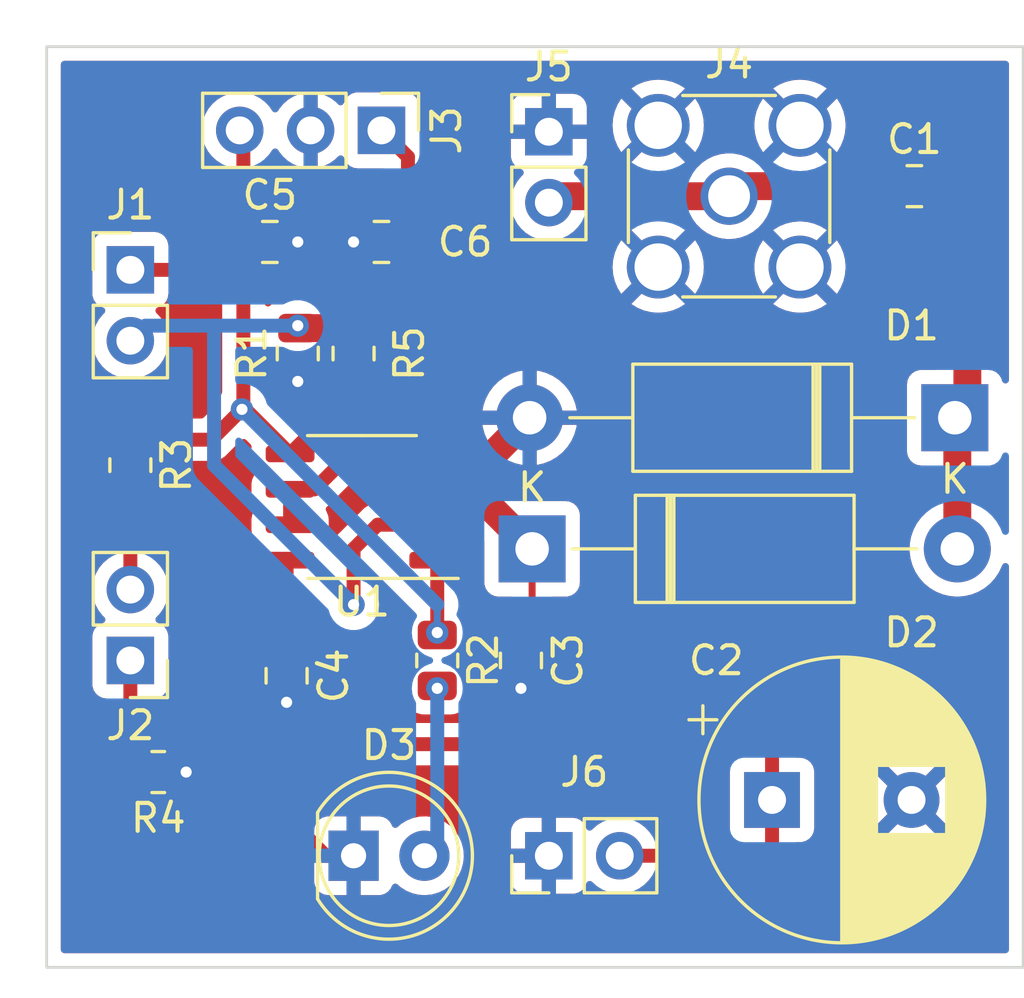
<source format=kicad_pcb>
(kicad_pcb (version 20201116) (generator pcbnew)
  (layers (0 "F.Cu" signal) (31 "B.Cu" signal) (34 "B.Paste" user) (35 "F.Paste" user) (36 "B.SilkS" user "B.Silkscreen") (37 "F.SilkS" user "F.Silkscreen") (38 "B.Mask" user) (39 "F.Mask" user) (44 "Edge.Cuts" user))
  (net 0 "")
  (net 1 "Net-(C1-Pad2)")
  (net 2 "Net-(C1-Pad1)")
  (net 3 "GNDA")
  (net 4 "+9V")
  (net 5 "Net-(C3-Pad1)")
  (net 6 "/CH1")
  (net 7 "/CH2")
  (net 8 "Net-(D3-Pad2)")
  (net 9 "Net-(J1-Pad2)")
  (net 10 "Net-(J2-Pad2)")
  (net 11 "Net-(J2-Pad1)")
  (footprint "Connector_PinHeader_2.54mm:PinHeader_1x02_P2.54mm_Vertical" (layer "F.Cu") (at 24 42)
    (fp_text reference "J1" (at 0 -2.33) (layer "F.SilkS"))
    (fp_text value "Conn_01x02")
    (fp_line (start -1.33 3.87) (end 1.33 3.87) (layer "F.SilkS") (width 0.12))
    (fp_line (start -1.33 1.27) (end -1.33 3.87) (layer "F.SilkS") (width 0.12))
    (fp_line (start -1.33 0) (end -1.33 -1.33) (layer "F.SilkS") (width 0.12))
    (fp_line (start -1.33 1.27) (end 1.33 1.27) (layer "F.SilkS") (width 0.12))
    (fp_line (start 1.33 1.27) (end 1.33 3.87) (layer "F.SilkS") (width 0.12))
    (fp_line (start -1.33 -1.33) (end 0 -1.33) (layer "F.SilkS") (width 0.12))
    (pad "1" thru_hole rect (at 0 0) (size 1.7 1.7) (drill 1) (layers *.Cu *.Mask) (net 6 "/CH1"))
    (pad "2" thru_hole oval (at 0 2.54) (size 1.7 1.7) (drill 1) (layers *.Cu *.Mask) (net 9 "Net-(J1-Pad2)"))
  )
  (footprint "Resistor_SMD:R_0805_2012Metric" (layer "F.Cu") (at 30 45 90)
    (fp_text reference "R1" (at 0 -1.65 90) (layer "F.SilkS"))
    (fp_text value "30k")
    (fp_line (start -0.227064 0.735) (end 0.227064 0.735) (layer "F.SilkS") (width 0.12))
    (fp_line (start -0.227064 -0.735) (end 0.227064 -0.735) (layer "F.SilkS") (width 0.12))
    (pad "1" smd roundrect (at -0.9125 0 90) (size 1.025 1.4) (layers "F.Cu" "F.Paste" "F.Mask") (roundrect_rratio 0.2439024390243902) (net 3 "GNDA"))
    (pad "2" smd roundrect (at 0.9125 0 90) (size 1.025 1.4) (layers "F.Cu" "F.Paste" "F.Mask") (roundrect_rratio 0.2439024390243902) (net 9 "Net-(J1-Pad2)"))
  )
  (footprint "Capacitor_SMD:C_0805_2012Metric" (layer "F.Cu") (at 38 56 -90)
    (fp_text reference "C3" (at 0 -1.68 90) (layer "F.SilkS"))
    (fp_text value "1nF")
    (fp_line (start -0.261252 0.735) (end 0.261252 0.735) (layer "F.SilkS") (width 0.12))
    (fp_line (start -0.261252 -0.735) (end 0.261252 -0.735) (layer "F.SilkS") (width 0.12))
    (pad "1" smd roundrect (at -0.95 0 270) (size 1 1.45) (layers "F.Cu" "F.Paste" "F.Mask") (net 5 "Net-(C3-Pad1)"))
    (pad "2" smd roundrect (at 0.95 0 270) (size 1 1.45) (layers "F.Cu" "F.Paste" "F.Mask") (net 3 "GNDA"))
  )
  (footprint "Connector_PinHeader_2.54mm:PinHeader_1x02_P2.54mm_Vertical" (layer "F.Cu") (at 24 56 180)
    (fp_text reference "J2" (at 0 -2.33) (layer "F.SilkS"))
    (fp_text value "Conn_01x02")
    (fp_line (start -1.33 -1.33) (end 0 -1.33) (layer "F.SilkS") (width 0.12))
    (fp_line (start -1.33 0) (end -1.33 -1.33) (layer "F.SilkS") (width 0.12))
    (fp_line (start -1.33 1.27) (end -1.33 3.87) (layer "F.SilkS") (width 0.12))
    (fp_line (start 1.33 1.27) (end 1.33 3.87) (layer "F.SilkS") (width 0.12))
    (fp_line (start -1.33 1.27) (end 1.33 1.27) (layer "F.SilkS") (width 0.12))
    (fp_line (start -1.33 3.87) (end 1.33 3.87) (layer "F.SilkS") (width 0.12))
    (pad "1" thru_hole rect (at 0 0 180) (size 1.7 1.7) (drill 1) (layers *.Cu *.Mask) (net 11 "Net-(J2-Pad1)"))
    (pad "2" thru_hole oval (at 0 2.54 180) (size 1.7 1.7) (drill 1) (layers *.Cu *.Mask) (net 10 "Net-(J2-Pad2)"))
  )
  (footprint "Package_SO:SO-8_3.9x4.9mm_P1.27mm" (layer "F.Cu") (at 32.3 50.5 180)
    (fp_text reference "U1" (at 0 -3.4) (layer "F.SilkS"))
    (fp_text value "TL072")
    (fp_line (start 0 -2.56) (end -3.45 -2.56) (layer "F.SilkS") (width 0.12))
    (fp_line (start 0 2.56) (end 1.95 2.56) (layer "F.SilkS") (width 0.12))
    (fp_line (start 0 -2.56) (end 1.95 -2.56) (layer "F.SilkS") (width 0.12))
    (fp_line (start 0 2.56) (end -1.95 2.56) (layer "F.SilkS") (width 0.12))
    (pad "1" smd roundrect (at -2.575 -1.905 180) (size 1.75 0.6) (layers "F.Cu" "F.Paste" "F.Mask") (net 6 "/CH1"))
    (pad "2" smd roundrect (at -2.575 -0.635 180) (size 1.75 0.6) (layers "F.Cu" "F.Paste" "F.Mask") (net 9 "Net-(J1-Pad2)"))
    (pad "3" smd roundrect (at -2.575 0.635 180) (size 1.75 0.6) (layers "F.Cu" "F.Paste" "F.Mask") (net 5 "Net-(C3-Pad1)"))
    (pad "4" smd roundrect (at -2.575 1.905 180) (size 1.75 0.6) (layers "F.Cu" "F.Paste" "F.Mask") (net 3 "GNDA"))
    (pad "5" smd roundrect (at 2.575 1.905 180) (size 1.75 0.6) (layers "F.Cu" "F.Paste" "F.Mask") (net 6 "/CH1"))
    (pad "6" smd roundrect (at 2.575 0.635 180) (size 1.75 0.6) (layers "F.Cu" "F.Paste" "F.Mask") (net 7 "/CH2"))
    (pad "7" smd roundrect (at 2.575 -0.635 180) (size 1.75 0.6) (layers "F.Cu" "F.Paste" "F.Mask") (net 7 "/CH2"))
    (pad "8" smd roundrect (at 2.575 -1.905 180) (size 1.75 0.6) (layers "F.Cu" "F.Paste" "F.Mask") (net 4 "+9V"))
  )
  (footprint "Resistor_SMD:R_0805_2012Metric" (layer "F.Cu") (at 25 60 180)
    (fp_text reference "R4" (at 0 -1.65) (layer "F.SilkS"))
    (fp_text value "10k")
    (fp_line (start -0.227064 0.735) (end 0.227064 0.735) (layer "F.SilkS") (width 0.12))
    (fp_line (start -0.227064 -0.735) (end 0.227064 -0.735) (layer "F.SilkS") (width 0.12))
    (pad "1" smd roundrect (at -0.9125 0 180) (size 1.025 1.4) (layers "F.Cu" "F.Paste" "F.Mask") (roundrect_rratio 0.2439024390243902) (net 3 "GNDA"))
    (pad "2" smd roundrect (at 0.9125 0 180) (size 1.025 1.4) (layers "F.Cu" "F.Paste" "F.Mask") (roundrect_rratio 0.2439024390243902) (net 11 "Net-(J2-Pad1)"))
  )
  (footprint "Resistor_SMD:R_0805_2012Metric" (layer "F.Cu") (at 35 56 -90)
    (fp_text reference "R2" (at 0 -1.65 90) (layer "F.SilkS"))
    (fp_text value "1k")
    (fp_line (start -0.227064 0.735) (end 0.227064 0.735) (layer "F.SilkS") (width 0.12))
    (fp_line (start -0.227064 -0.735) (end 0.227064 -0.735) (layer "F.SilkS") (width 0.12))
    (pad "1" smd roundrect (at -0.9125 0 270) (size 1.025 1.4) (layers "F.Cu" "F.Paste" "F.Mask") (roundrect_rratio 0.2439024390243902) (net 6 "/CH1"))
    (pad "2" smd roundrect (at 0.9125 0 270) (size 1.025 1.4) (layers "F.Cu" "F.Paste" "F.Mask") (roundrect_rratio 0.2439024390243902) (net 8 "Net-(D3-Pad2)"))
  )
  (footprint "Connector_PinHeader_2.54mm:PinHeader_1x02_P2.54mm_Vertical" (layer "F.Cu") (at 39 37.05)
    (fp_text reference "J5" (at 0 -2.33) (layer "F.SilkS"))
    (fp_text value "Conn_01x02")
    (fp_line (start -1.33 3.87) (end 1.33 3.87) (layer "F.SilkS") (width 0.12))
    (fp_line (start -1.33 0) (end -1.33 -1.33) (layer "F.SilkS") (width 0.12))
    (fp_line (start -1.33 -1.33) (end 0 -1.33) (layer "F.SilkS") (width 0.12))
    (fp_line (start -1.33 1.27) (end -1.33 3.87) (layer "F.SilkS") (width 0.12))
    (fp_line (start 1.33 1.27) (end 1.33 3.87) (layer "F.SilkS") (width 0.12))
    (fp_line (start -1.33 1.27) (end 1.33 1.27) (layer "F.SilkS") (width 0.12))
    (pad "1" thru_hole rect (at 0 0) (size 1.7 1.7) (drill 1) (layers *.Cu *.Mask) (net 3 "GNDA"))
    (pad "2" thru_hole oval (at 0 2.54) (size 1.7 1.7) (drill 1) (layers *.Cu *.Mask) (net 2 "Net-(C1-Pad1)"))
  )
  (footprint "Connector_Coaxial:SMA_Amphenol_132291_Vertical" (layer "F.Cu") (at 45.46 39.36)
    (fp_text reference "J4" (at 0 -4.75) (layer "F.SilkS"))
    (fp_text value "Conn_Coaxial")
    (fp_line (start -1.66 -3.61) (end 1.66 -3.61) (layer "F.SilkS") (width 0.12))
    (fp_line (start -1.66 3.61) (end 1.66 3.61) (layer "F.SilkS") (width 0.12))
    (fp_line (start 3.61 -1.66) (end 3.61 1.66) (layer "F.SilkS") (width 0.12))
    (fp_line (start -3.61 -1.66) (end -3.61 1.66) (layer "F.SilkS") (width 0.12))
    (pad "1" thru_hole circle (at 0 0) (size 2.05 2.05) (drill 1.5) (layers *.Cu *.Mask) (net 2 "Net-(C1-Pad1)"))
    (pad "2" thru_hole circle (at -2.54 2.54) (size 2.25 2.25) (drill 1.7) (layers *.Cu *.Mask) (net 3 "GNDA"))
    (pad "2" thru_hole circle (at -2.54 -2.54) (size 2.25 2.25) (drill 1.7) (layers *.Cu *.Mask) (net 3 "GNDA"))
    (pad "2" thru_hole circle (at 2.54 2.54) (size 2.25 2.25) (drill 1.7) (layers *.Cu *.Mask) (net 3 "GNDA"))
    (pad "2" thru_hole circle (at 2.54 -2.54) (size 2.25 2.25) (drill 1.7) (layers *.Cu *.Mask) (net 3 "GNDA"))
  )
  (footprint "Capacitor_THT:CP_Radial_D10.0mm_P5.00mm" (layer "F.Cu") (at 47 61)
    (fp_text reference "C2" (at -2 -5) (layer "F.SilkS"))
    (fp_text value "100uF")
    (fp_line (start 4.701 1.241) (end 4.701 4.584) (layer "F.SilkS") (width 0.12))
    (fp_line (start 3.06 -5.05) (end 3.06 5.05) (layer "F.SilkS") (width 0.12))
    (fp_line (start 4.901 -4.483) (end 4.901 -1.241) (layer "F.SilkS") (width 0.12))
    (fp_line (start 2.58 -5.08) (end 2.58 5.08) (layer "F.SilkS") (width 0.12))
    (fp_line (start 5.221 1.241) (end 5.221 4.298) (layer "F.SilkS") (width 0.12))
    (fp_line (start 3.381 -5.004) (end 3.381 5.004) (layer "F.SilkS") (width 0.12))
    (fp_line (start 3.981 -4.862) (end 3.981 -1.241) (layer "F.SilkS") (width 0.12))
    (fp_line (start 5.701 1.241) (end 5.701 3.957) (layer "F.SilkS") (width 0.12))
    (fp_line (start 5.421 -4.166) (end 5.421 -1.241) (layer "F.SilkS") (width 0.12))
    (fp_line (start 4.181 1.241) (end 4.181 4.797) (layer "F.SilkS") (width 0.12))
    (fp_line (start 4.301 1.241) (end 4.301 4.754) (layer "F.SilkS") (width 0.12))
    (fp_line (start 4.421 -4.707) (end 4.421 -1.241) (layer "F.SilkS") (width 0.12))
    (fp_line (start 6.181 1.241) (end 6.181 3.52) (layer "F.SilkS") (width 0.12))
    (fp_line (start 7.581 -0.599) (end 7.581 0.599) (layer "F.SilkS") (width 0.12))
    (fp_line (start 6.581 -3.054) (end 6.581 3.054) (layer "F.SilkS") (width 0.12))
    (fp_line (start 4.021 -4.85) (end 4.021 -1.241) (layer "F.SilkS") (width 0.12))
    (fp_line (start 3.981 1.241) (end 3.981 4.862) (layer "F.SilkS") (width 0.12))
    (fp_line (start 3.901 1.241) (end 3.901 4.885) (layer "F.SilkS") (width 0.12))
    (fp_line (start 3.14 -5.04) (end 3.14 5.04) (layer "F.SilkS") (width 0.12))
    (fp_line (start 6.501 -3.156) (end 6.501 3.156) (layer "F.SilkS") (width 0.12))
    (fp_line (start 6.061 -3.64) (end 6.061 -1.241) (layer "F.SilkS") (width 0.12))
    (fp_line (start 5.741 -3.925) (end 5.741 -1.241) (layer "F.SilkS") (width 0.12))
    (fp_line (start 5.301 -4.247) (end 5.301 -1.241) (layer "F.SilkS") (width 0.12))
    (fp_line (start 2.94 -5.062) (end 2.94 5.062) (layer "F.SilkS") (width 0.12))
    (fp_line (start 4.261 1.241) (end 4.261 4.768) (layer "F.SilkS") (width 0.12))
    (fp_line (start 3.541 -4.974) (end 3.541 4.974) (layer "F.SilkS") (width 0.12))
    (fp_line (start 5.941 1.241) (end 5.941 3.753) (layer "F.SilkS") (width 0.12))
    (fp_line (start 3.18 -5.035) (end 3.18 5.035) (layer "F.SilkS") (width 0.12))
    (fp_line (start 2.54 -5.08) (end 2.54 5.08) (layer "F.SilkS") (width 0.12))
    (fp_line (start 2.62 -5.079) (end 2.62 5.079) (layer "F.SilkS") (width 0.12))
    (fp_line (start 5.461 1.241) (end 5.461 4.138) (layer "F.SilkS") (width 0.12))
    (fp_line (start 7.101 -2.209) (end 7.101 2.209) (layer "F.SilkS") (width 0.12))
    (fp_line (start 7.061 -2.289) (end 7.061 2.289) (layer "F.SilkS") (width 0.12))
    (fp_line (start 6.941 -2.51) (end 6.941 2.51) (layer "F.SilkS") (width 0.12))
    (fp_line (start 5.981 -3.716) (end 5.981 -1.241) (layer "F.SilkS") (width 0.12))
    (fp_line (start 5.501 -4.11) (end 5.501 -1.241) (layer "F.SilkS") (width 0.12))
    (fp_line (start 7.141 -2.125) (end 7.141 2.125) (layer "F.SilkS") (width 0.12))
    (fp_line (start 5.341 -4.221) (end 5.341 -1.241) (layer "F.SilkS") (width 0.12))
    (fp_line (start 5.461 -4.138) (end 5.461 -1.241) (layer "F.SilkS") (width 0.12))
    (fp_line (start 4.141 1.241) (end 4.141 4.811) (layer "F.SilkS") (width 0.12))
    (fp_line (start 3.661 -4.947) (end 3.661 4.947) (layer "F.SilkS") (width 0.12))
    (fp_line (start 6.701 -2.889) (end 6.701 2.889) (layer "F.SilkS") (width 0.12))
    (fp_line (start 5.501 1.241) (end 5.501 4.11) (layer "F.SilkS") (width 0.12))
    (fp_line (start 3.781 -4.918) (end 3.781 -1.241) (layer "F.SilkS") (width 0.12))
    (fp_line (start 3.421 -4.997) (end 3.421 4.997) (layer "F.SilkS") (width 0.12))
    (fp_line (start 2.5 -5.08) (end 2.5 5.08) (layer "F.SilkS") (width 0.12))
    (fp_line (start 6.101 -3.601) (end 6.101 -1.241) (layer "F.SilkS") (width 0.12))
    (fp_line (start 5.301 1.241) (end 5.301 4.247) (layer "F.SilkS") (width 0.12))
    (fp_line (start 6.421 -3.254) (end 6.421 3.254) (layer "F.SilkS") (width 0.12))
    (fp_line (start 4.341 -4.738) (end 4.341 -1.241) (layer "F.SilkS") (width 0.12))
    (fp_line (start 4.261 -4.768) (end 4.261 -1.241) (layer "F.SilkS") (width 0.12))
    (fp_line (start 4.221 1.241) (end 4.221 4.783) (layer "F.SilkS") (width 0.12))
    (fp_line (start -2.479646 -3.375) (end -2.479646 -2.375) (layer "F.SilkS") (width 0.12))
    (fp_line (start 3.621 -4.956) (end 3.621 4.956) (layer "F.SilkS") (width 0.12))
    (fp_line (start 4.101 -4.824) (end 4.101 -1.241) (layer "F.SilkS") (width 0.12))
    (fp_line (start 3.821 -4.907) (end 3.821 -1.241) (layer "F.SilkS") (width 0.12))
    (fp_line (start 4.301 -4.754) (end 4.301 -1.241) (layer "F.SilkS") (width 0.12))
    (fp_line (start 4.461 1.241) (end 4.461 4.69) (layer "F.SilkS") (width 0.12))
    (fp_line (start 5.541 1.241) (end 5.541 4.08) (layer "F.SilkS") (width 0.12))
    (fp_line (start 7.341 -1.63) (end 7.341 1.63) (layer "F.SilkS") (width 0.12))
    (fp_line (start 6.021 1.241) (end 6.021 3.679) (layer "F.SilkS") (width 0.12))
    (fp_line (start 4.101 1.241) (end 4.101 4.824) (layer "F.SilkS") (width 0.12))
    (fp_line (start 4.541 -4.657) (end 4.541 -1.241) (layer "F.SilkS") (width 0.12))
    (fp_line (start 5.261 -4.273) (end 5.261 -1.241) (layer "F.SilkS") (width 0.12))
    (fp_line (start 4.541 1.241) (end 4.541 4.657) (layer "F.SilkS") (width 0.12))
    (fp_line (start 6.741 -2.83) (end 6.741 2.83) (layer "F.SilkS") (width 0.12))
    (fp_line (start 4.581 1.241) (end 4.581 4.639) (layer "F.SilkS") (width 0.12))
    (fp_line (start 4.021 1.241) (end 4.021 4.85) (layer "F.SilkS") (width 0.12))
    (fp_line (start 4.381 -4.723) (end 4.381 -1.241) (layer "F.SilkS") (width 0.12))
    (fp_line (start 5.901 1.241) (end 5.901 3.789) (layer "F.SilkS") (width 0.12))
    (fp_line (start 7.501 -1.062) (end 7.501 1.062) (layer "F.SilkS") (width 0.12))
    (fp_line (start 2.66 -5.078) (end 2.66 5.078) (layer "F.SilkS") (width 0.12))
    (fp_line (start 3.261 -5.024) (end 3.261 5.024) (layer "F.SilkS") (width 0.12))
    (fp_line (start 3.861 -4.897) (end 3.861 -1.241) (layer "F.SilkS") (width 0.12))
    (fp_line (start 6.781 -2.77) (end 6.781 2.77) (layer "F.SilkS") (width 0.12))
    (fp_line (start -2.979646 -2.875) (end -1.979646 -2.875) (layer "F.SilkS") (width 0.12))
    (fp_line (start 4.581 -4.639) (end 4.581 -1.241) (layer "F.SilkS") (width 0.12))
    (fp_line (start 4.381 1.241) (end 4.381 4.723) (layer "F.SilkS") (width 0.12))
    (fp_line (start 5.661 -3.989) (end 5.661 -1.241) (layer "F.SilkS") (width 0.12))
    (fp_line (start 6.541 -3.106) (end 6.541 3.106) (layer "F.SilkS") (width 0.12))
    (fp_line (start 4.861 -4.504) (end 4.861 -1.241) (layer "F.SilkS") (width 0.12))
    (fp_line (start 6.261 -3.436) (end 6.261 3.436) (layer "F.SilkS") (width 0.12))
    (fp_line (start 5.061 -4.395) (end 5.061 -1.241) (layer "F.SilkS") (width 0.12))
    (fp_line (start 6.661 -2.945) (end 6.661 2.945) (layer "F.SilkS") (width 0.12))
    (fp_line (start 5.941 -3.753) (end 5.941 -1.241) (layer "F.SilkS") (width 0.12))
    (fp_line (start 6.101 1.241) (end 6.101 3.601) (layer "F.SilkS") (width 0.12))
    (fp_line (start 3.821 1.241) (end 3.821 4.907) (layer "F.SilkS") (width 0.12))
    (fp_line (start 5.821 -3.858) (end 5.821 -1.241) (layer "F.SilkS") (width 0.12))
    (fp_line (start 4.701 -4.584) (end 4.701 -1.241) (layer "F.SilkS") (width 0.12))
    (fp_line (start 4.941 -4.462) (end 4.941 -1.241) (layer "F.SilkS") (width 0.12))
    (fp_line (start 5.181 -4.323) (end 5.181 -1.241) (layer "F.SilkS") (width 0.12))
    (fp_line (start 2.7 -5.077) (end 2.7 5.077) (layer "F.SilkS") (width 0.12))
    (fp_line (start 5.141 -4.347) (end 5.141 -1.241) (layer "F.SilkS") (width 0.12))
    (fp_line (start 4.981 1.241) (end 4.981 4.44) (layer "F.SilkS") (width 0.12))
    (fp_line (start 7.421 -1.378) (end 7.421 1.378) (layer "F.SilkS") (width 0.12))
    (fp_line (start 5.661 1.241) (end 5.661 3.989) (layer "F.SilkS") (width 0.12))
    (fp_line (start 4.941 1.241) (end 4.941 4.462) (layer "F.SilkS") (width 0.12))
    (fp_line (start 7.301 -1.742) (end 7.301 1.742) (layer "F.SilkS") (width 0.12))
    (fp_line (start 7.261 -1.846) (end 7.261 1.846) (layer "F.SilkS") (width 0.12))
    (fp_line (start 5.861 1.241) (end 5.861 3.824) (layer "F.SilkS") (width 0.12))
    (fp_line (start 3.941 -4.874) (end 3.941 -1.241) (layer "F.SilkS") (width 0.12))
    (fp_line (start 4.861 1.241) (end 4.861 4.504) (layer "F.SilkS") (width 0.12))
    (fp_line (start 3.02 -5.054) (end 3.02 5.054) (layer "F.SilkS") (width 0.12))
    (fp_line (start 5.381 1.241) (end 5.381 4.194) (layer "F.SilkS") (width 0.12))
    (fp_line (start 3.701 -4.938) (end 3.701 4.938) (layer "F.SilkS") (width 0.12))
    (fp_line (start 6.341 -3.347) (end 6.341 3.347) (layer "F.SilkS") (width 0.12))
    (fp_line (start 4.221 -4.783) (end 4.221 -1.241) (layer "F.SilkS") (width 0.12))
    (fp_line (start 5.101 -4.371) (end 5.101 -1.241) (layer "F.SilkS") (width 0.12))
    (fp_line (start 5.541 -4.08) (end 5.541 -1.241) (layer "F.SilkS") (width 0.12))
    (fp_line (start 4.821 1.241) (end 4.821 4.525) (layer "F.SilkS") (width 0.12))
    (fp_line (start 6.221 -3.478) (end 6.221 -1.241) (layer "F.SilkS") (width 0.12))
    (fp_line (start 4.061 -4.837) (end 4.061 -1.241) (layer "F.SilkS") (width 0.12))
    (fp_line (start 2.98 -5.058) (end 2.98 5.058) (layer "F.SilkS") (width 0.12))
    (fp_line (start 3.301 -5.018) (end 3.301 5.018) (layer "F.SilkS") (width 0.12))
    (fp_line (start 6.981 -2.439) (end 6.981 2.439) (layer "F.SilkS") (width 0.12))
    (fp_line (start 3.341 -5.011) (end 3.341 5.011) (layer "F.SilkS") (width 0.12))
    (fp_line (start 4.981 -4.44) (end 4.981 -1.241) (layer "F.SilkS") (width 0.12))
    (fp_line (start 5.101 1.241) (end 5.101 4.371) (layer "F.SilkS") (width 0.12))
    (fp_line (start 5.181 1.241) (end 5.181 4.323) (layer "F.SilkS") (width 0.12))
    (fp_line (start 2.74 -5.075) (end 2.74 5.075) (layer "F.SilkS") (width 0.12))
    (fp_line (start 4.501 -4.674) (end 4.501 -1.241) (layer "F.SilkS") (width 0.12))
    (fp_line (start 2.9 -5.065) (end 2.9 5.065) (layer "F.SilkS") (width 0.12))
    (fp_line (start 3.221 -5.03) (end 3.221 5.03) (layer "F.SilkS") (width 0.12))
    (fp_line (start 3.741 -4.928) (end 3.741 4.928) (layer "F.SilkS") (width 0.12))
    (fp_line (start 5.421 1.241) (end 5.421 4.166) (layer "F.SilkS") (width 0.12))
    (fp_line (start 4.501 1.241) (end 4.501 4.674) (layer "F.SilkS") (width 0.12))
    (fp_line (start 4.141 -4.811) (end 4.141 -1.241) (layer "F.SilkS") (width 0.12))
    (fp_line (start 3.861 1.241) (end 3.861 4.897) (layer "F.SilkS") (width 0.12))
    (fp_line (start 4.661 1.241) (end 4.661 4.603) (layer "F.SilkS") (width 0.12))
    (fp_line (start 4.741 -4.564) (end 4.741 -1.241) (layer "F.SilkS") (width 0.12))
    (fp_line (start 2.78 -5.073) (end 2.78 5.073) (layer "F.SilkS") (width 0.12))
    (fp_line (start 5.821 1.241) (end 5.821 3.858) (layer "F.SilkS") (width 0.12))
    (fp_line (start 6.461 -3.206) (end 6.461 3.206) (layer "F.SilkS") (width 0.12))
    (fp_line (start 2.82 -5.07) (end 2.82 5.07) (layer "F.SilkS") (width 0.12))
    (fp_line (start 6.141 -3.561) (end 6.141 -1.241) (layer "F.SilkS") (width 0.12))
    (fp_line (start 5.861 -3.824) (end 5.861 -1.241) (layer "F.SilkS") (width 0.12))
    (fp_line (start 4.661 -4.603) (end 4.661 -1.241) (layer "F.SilkS") (width 0.12))
    (fp_line (start 5.781 1.241) (end 5.781 3.892) (layer "F.SilkS") (width 0.12))
    (fp_line (start 5.261 1.241) (end 5.261 4.273) (layer "F.SilkS") (width 0.12))
    (fp_line (start 4.621 1.241) (end 4.621 4.621) (layer "F.SilkS") (width 0.12))
    (fp_line (start 7.021 -2.365) (end 7.021 2.365) (layer "F.SilkS") (width 0.12))
    (fp_line (start 4.461 -4.69) (end 4.461 -1.241) (layer "F.SilkS") (width 0.12))
    (fp_line (start 7.221 -1.944) (end 7.221 1.944) (layer "F.SilkS") (width 0.12))
    (fp_line (start 3.941 1.241) (end 3.941 4.874) (layer "F.SilkS") (width 0.12))
    (fp_line (start 4.341 1.241) (end 4.341 4.738) (layer "F.SilkS") (width 0.12))
    (fp_line (start 6.141 1.241) (end 6.141 3.561) (layer "F.SilkS") (width 0.12))
    (fp_line (start 5.901 -3.789) (end 5.901 -1.241) (layer "F.SilkS") (width 0.12))
    (fp_line (start 6.381 -3.301) (end 6.381 3.301) (layer "F.SilkS") (width 0.12))
    (fp_line (start 5.021 1.241) (end 5.021 4.417) (layer "F.SilkS") (width 0.12))
    (fp_line (start 5.621 -4.02) (end 5.621 -1.241) (layer "F.SilkS") (width 0.12))
    (fp_line (start 7.461 -1.23) (end 7.461 1.23) (layer "F.SilkS") (width 0.12))
    (fp_line (start 5.621 1.241) (end 5.621 4.02) (layer "F.SilkS") (width 0.12))
    (fp_line (start 4.781 -4.545) (end 4.781 -1.241) (layer "F.SilkS") (width 0.12))
    (fp_line (start 7.181 -2.037) (end 7.181 2.037) (layer "F.SilkS") (width 0.12))
    (fp_line (start 5.741 1.241) (end 5.741 3.925) (layer "F.SilkS") (width 0.12))
    (fp_line (start 5.581 -4.05) (end 5.581 -1.241) (layer "F.SilkS") (width 0.12))
    (fp_line (start 4.061 1.241) (end 4.061 4.837) (layer "F.SilkS") (width 0.12))
    (fp_line (start 3.461 -4.99) (end 3.461 4.99) (layer "F.SilkS") (width 0.12))
    (fp_line (start 6.821 -2.709) (end 6.821 2.709) (layer "F.SilkS") (width 0.12))
    (fp_line (start 3.1 -5.045) (end 3.1 5.045) (layer "F.SilkS") (width 0.12))
    (fp_line (start 4.421 1.241) (end 4.421 4.707) (layer "F.SilkS") (width 0.12))
    (fp_line (start 4.621 -4.621) (end 4.621 -1.241) (layer "F.SilkS") (width 0.12))
    (fp_line (start 5.981 1.241) (end 5.981 3.716) (layer "F.SilkS") (width 0.12))
    (fp_line (start 4.181 -4.797) (end 4.181 -1.241) (layer "F.SilkS") (width 0.12))
    (fp_line (start 6.221 1.241) (end 6.221 3.478) (layer "F.SilkS") (width 0.12))
    (fp_line (start 7.541 -0.862) (end 7.541 0.862) (layer "F.SilkS") (width 0.12))
    (fp_line (start 4.741 1.241) (end 4.741 4.564) (layer "F.SilkS") (width 0.12))
    (fp_line (start 5.381 -4.194) (end 5.381 -1.241) (layer "F.SilkS") (width 0.12))
    (fp_line (start 6.301 -3.392) (end 6.301 3.392) (layer "F.SilkS") (width 0.12))
    (fp_line (start 4.901 1.241) (end 4.901 4.483) (layer "F.SilkS") (width 0.12))
    (fp_line (start 2.86 -5.068) (end 2.86 5.068) (layer "F.SilkS") (width 0.12))
    (fp_line (start 3.581 -4.965) (end 3.581 4.965) (layer "F.SilkS") (width 0.12))
    (fp_line (start 5.781 -3.892) (end 5.781 -1.241) (layer "F.SilkS") (width 0.12))
    (fp_line (start 6.021 -3.679) (end 6.021 -1.241) (layer "F.SilkS") (width 0.12))
    (fp_line (start 3.901 -4.885) (end 3.901 -1.241) (layer "F.SilkS") (width 0.12))
    (fp_line (start 5.701 -3.957) (end 5.701 -1.241) (layer "F.SilkS") (width 0.12))
    (fp_line (start 4.821 -4.525) (end 4.821 -1.241) (layer "F.SilkS") (width 0.12))
    (fp_line (start 5.221 -4.298) (end 5.221 -1.241) (layer "F.SilkS") (width 0.12))
    (fp_line (start 6.181 -3.52) (end 6.181 -1.241) (layer "F.SilkS") (width 0.12))
    (fp_line (start 5.341 1.241) (end 5.341 4.221) (layer "F.SilkS") (width 0.12))
    (fp_line (start 3.781 1.241) (end 3.781 4.918) (layer "F.SilkS") (width 0.12))
    (fp_line (start 5.581 1.241) (end 5.581 4.05) (layer "F.SilkS") (width 0.12))
    (fp_line (start 3.501 -4.982) (end 3.501 4.982) (layer "F.SilkS") (width 0.12))
    (fp_line (start 7.381 -1.51) (end 7.381 1.51) (layer "F.SilkS") (width 0.12))
    (fp_line (start 6.061 1.241) (end 6.061 3.64) (layer "F.SilkS") (width 0.12))
    (fp_line (start 5.061 1.241) (end 5.061 4.395) (layer "F.SilkS") (width 0.12))
    (fp_line (start 4.781 1.241) (end 4.781 4.545) (layer "F.SilkS") (width 0.12))
    (fp_line (start 6.861 -2.645) (end 6.861 2.645) (layer "F.SilkS") (width 0.12))
    (fp_line (start 6.621 -3) (end 6.621 3) (layer "F.SilkS") (width 0.12))
    (fp_line (start 6.901 -2.579) (end 6.901 2.579) (layer "F.SilkS") (width 0.12))
    (fp_line (start 5.141 1.241) (end 5.141 4.347) (layer "F.SilkS") (width 0.12))
    (fp_line (start 5.021 -4.417) (end 5.021 -1.241) (layer "F.SilkS") (width 0.12))
    (fp_circle (center 2.5 0) (end 7.62 0) (layer "F.SilkS") (width 0.12) (fill none))
    (pad "1" thru_hole rect (at 0 0) (size 2 2) (drill 1) (layers *.Cu *.Mask) (net 4 "+9V"))
    (pad "2" thru_hole circle (at 5 0) (size 2 2) (drill 1) (layers *.Cu *.Mask) (net 3 "GNDA"))
  )
  (footprint "Capacitor_SMD:C_0805_2012Metric" (layer "F.Cu") (at 33 41 180)
    (fp_text reference "C6" (at -3 0) (layer "F.SilkS"))
    (fp_text value "100nF")
    (fp_line (start -0.261252 0.735) (end 0.261252 0.735) (layer "F.SilkS") (width 0.12))
    (fp_line (start -0.261252 -0.735) (end 0.261252 -0.735) (layer "F.SilkS") (width 0.12))
    (pad "1" smd roundrect (at -0.95 0 180) (size 1 1.45) (layers "F.Cu" "F.Paste" "F.Mask") (net 7 "/CH2"))
    (pad "2" smd roundrect (at 0.95 0 180) (size 1 1.45) (layers "F.Cu" "F.Paste" "F.Mask") (net 3 "GNDA"))
  )
  (footprint "Capacitor_SMD:C_0805_2012Metric" (layer "F.Cu") (at 29 41)
    (fp_text reference "C5" (at 0 -1.68) (layer "F.SilkS"))
    (fp_text value "100nF")
    (fp_line (start -0.261252 0.735) (end 0.261252 0.735) (layer "F.SilkS") (width 0.12))
    (fp_line (start -0.261252 -0.735) (end 0.261252 -0.735) (layer "F.SilkS") (width 0.12))
    (pad "1" smd roundrect (at -0.95 0) (size 1 1.45) (layers "F.Cu" "F.Paste" "F.Mask") (net 6 "/CH1"))
    (pad "2" smd roundrect (at 0.95 0) (size 1 1.45) (layers "F.Cu" "F.Paste" "F.Mask") (net 3 "GNDA"))
  )
  (footprint "Resistor_SMD:R_0805_2012Metric" (layer "F.Cu") (at 24 49 -90)
    (fp_text reference "R3" (at 0 -1.65 90) (layer "F.SilkS"))
    (fp_text value "10k")
    (fp_line (start -0.227064 0.735) (end 0.227064 0.735) (layer "F.SilkS") (width 0.12))
    (fp_line (start -0.227064 -0.735) (end 0.227064 -0.735) (layer "F.SilkS") (width 0.12))
    (pad "1" smd roundrect (at -0.9125 0 270) (size 1.025 1.4) (layers "F.Cu" "F.Paste" "F.Mask") (roundrect_rratio 0.2439024390243902) (net 6 "/CH1"))
    (pad "2" smd roundrect (at 0.9125 0 270) (size 1.025 1.4) (layers "F.Cu" "F.Paste" "F.Mask") (roundrect_rratio 0.2439024390243902) (net 10 "Net-(J2-Pad2)"))
  )
  (footprint "Capacitor_SMD:C_0805_2012Metric" (layer "F.Cu") (at 29.6 56.55 -90)
    (fp_text reference "C4" (at 0 -1.68 90) (layer "F.SilkS"))
    (fp_text value "100nF")
    (fp_line (start -0.261252 -0.735) (end 0.261252 -0.735) (layer "F.SilkS") (width 0.12))
    (fp_line (start -0.261252 0.735) (end 0.261252 0.735) (layer "F.SilkS") (width 0.12))
    (pad "1" smd roundrect (at -0.95 0 270) (size 1 1.45) (layers "F.Cu" "F.Paste" "F.Mask") (net 4 "+9V"))
    (pad "2" smd roundrect (at 0.95 0 270) (size 1 1.45) (layers "F.Cu" "F.Paste" "F.Mask") (net 3 "GNDA"))
  )
  (footprint "Connector_PinHeader_2.54mm:PinHeader_1x02_P2.54mm_Vertical" (layer "F.Cu") (at 39 63 90)
    (fp_text reference "J6" (at 3 1.27 180) (layer "F.SilkS"))
    (fp_text value "Conn_01x02")
    (fp_line (start -1.33 3.87) (end 1.33 3.87) (layer "F.SilkS") (width 0.12))
    (fp_line (start -1.33 1.27) (end -1.33 3.87) (layer "F.SilkS") (width 0.12))
    (fp_line (start -1.33 1.27) (end 1.33 1.27) (layer "F.SilkS") (width 0.12))
    (fp_line (start -1.33 -1.33) (end 0 -1.33) (layer "F.SilkS") (width 0.12))
    (fp_line (start 1.33 1.27) (end 1.33 3.87) (layer "F.SilkS") (width 0.12))
    (fp_line (start -1.33 0) (end -1.33 -1.33) (layer "F.SilkS") (width 0.12))
    (pad "1" thru_hole rect (at 0 0 90) (size 1.7 1.7) (drill 1) (layers *.Cu *.Mask) (net 3 "GNDA"))
    (pad "2" thru_hole oval (at 0 2.54 90) (size 1.7 1.7) (drill 1) (layers *.Cu *.Mask) (net 4 "+9V"))
  )
  (footprint "Capacitor_SMD:C_0805_2012Metric" (layer "F.Cu") (at 52.1 39)
    (fp_text reference "C1" (at 0 -1.68) (layer "F.SilkS"))
    (fp_text value "1nF")
    (fp_line (start -0.261252 -0.735) (end 0.261252 -0.735) (layer "F.SilkS") (width 0.12))
    (fp_line (start -0.261252 0.735) (end 0.261252 0.735) (layer "F.SilkS") (width 0.12))
    (pad "1" smd roundrect (at -0.95 0) (size 1 1.45) (layers "F.Cu" "F.Paste" "F.Mask") (net 2 "Net-(C1-Pad1)"))
    (pad "2" smd roundrect (at 0.95 0) (size 1 1.45) (layers "F.Cu" "F.Paste" "F.Mask") (net 1 "Net-(C1-Pad2)"))
  )
  (footprint "Diode_THT:D_DO-15_P15.24mm_Horizontal" (layer "F.Cu") (at 53.55 47.3 180)
    (fp_text reference "D1" (at 1.55 3.3) (layer "F.SilkS"))
    (fp_text value "1N34A")
    (fp_text user "K" (at 0 -2.2) (layer "F.SilkS"))
    (fp_line (start 3.7 1.92) (end 11.54 1.92) (layer "F.SilkS") (width 0.12))
    (fp_line (start 11.54 -1.92) (end 3.7 -1.92) (layer "F.SilkS") (width 0.12))
    (fp_line (start 13.8 0) (end 11.54 0) (layer "F.SilkS") (width 0.12))
    (fp_line (start 4.84 -1.92) (end 4.84 1.92) (layer "F.SilkS") (width 0.12))
    (fp_line (start 3.7 -1.92) (end 3.7 1.92) (layer "F.SilkS") (width 0.12))
    (fp_line (start 11.54 1.92) (end 11.54 -1.92) (layer "F.SilkS") (width 0.12))
    (fp_line (start 5.08 -1.92) (end 5.08 1.92) (layer "F.SilkS") (width 0.12))
    (fp_line (start 1.44 0) (end 3.7 0) (layer "F.SilkS") (width 0.12))
    (fp_line (start 4.96 -1.92) (end 4.96 1.92) (layer "F.SilkS") (width 0.12))
    (pad "1" thru_hole rect (at 0 0 180) (size 2.4 2.4) (drill 1.2) (layers *.Cu *.Mask) (net 1 "Net-(C1-Pad2)"))
    (pad "2" thru_hole oval (at 15.24 0 180) (size 2.4 2.4) (drill 1.2) (layers *.Cu *.Mask) (net 3 "GNDA"))
  )
  (footprint "Resistor_SMD:R_0805_2012Metric" (layer "F.Cu") (at 32 45 -90)
    (fp_text reference "R5" (at 0 -2 90) (layer "F.SilkS"))
    (fp_text value "1M")
    (fp_line (start -0.227064 0.735) (end 0.227064 0.735) (layer "F.SilkS") (width 0.12))
    (fp_line (start -0.227064 -0.735) (end 0.227064 -0.735) (layer "F.SilkS") (width 0.12))
    (pad "1" smd roundrect (at -0.9125 0 270) (size 1.025 1.4) (layers "F.Cu" "F.Paste" "F.Mask") (roundrect_rratio 0.243902) (net 9 "Net-(J1-Pad2)"))
    (pad "2" smd roundrect (at 0.9125 0 270) (size 1.025 1.4) (layers "F.Cu" "F.Paste" "F.Mask") (roundrect_rratio 0.243902) (net 6 "/CH1"))
  )
  (footprint "LED_THT:LED_D5.0mm" (layer "F.Cu") (at 32 63)
    (fp_text reference "D3" (at 1.27 -3.96) (layer "F.SilkS"))
    (fp_text value "LED")
    (fp_line (start -1.29 -1.545) (end -1.29 1.545) (layer "F.SilkS") (width 0.12))
    (fp_arc (start 1.27 0) (end -1.29 -1.54483) (angle 148.9) (layer "F.SilkS") (width 0.12))
    (fp_arc (start 1.27 0) (end -1.29 1.54483) (angle -148.9) (layer "F.SilkS") (width 0.12))
    (fp_circle (center 1.27 0) (end 3.77 0) (layer "F.SilkS") (width 0.12) (fill none))
    (pad "1" thru_hole rect (at 0 0) (size 1.8 1.8) (drill 0.9) (layers *.Cu *.Mask) (net 3 "GNDA"))
    (pad "2" thru_hole circle (at 2.54 0) (size 1.8 1.8) (drill 0.9) (layers *.Cu *.Mask) (net 8 "Net-(D3-Pad2)"))
  )
  (footprint "Diode_THT:D_DO-15_P15.24mm_Horizontal" (layer "F.Cu") (at 38.4 52)
    (fp_text reference "D2" (at 13.6 3) (layer "F.SilkS"))
    (fp_text value "1N34A")
    (fp_text user "K" (at 0 -2.2) (layer "F.SilkS"))
    (fp_line (start 5.08 -1.92) (end 5.08 1.92) (layer "F.SilkS") (width 0.12))
    (fp_line (start 13.8 0) (end 11.54 0) (layer "F.SilkS") (width 0.12))
    (fp_line (start 11.54 -1.92) (end 3.7 -1.92) (layer "F.SilkS") (width 0.12))
    (fp_line (start 4.84 -1.92) (end 4.84 1.92) (layer "F.SilkS") (width 0.12))
    (fp_line (start 11.54 1.92) (end 11.54 -1.92) (layer "F.SilkS") (width 0.12))
    (fp_line (start 4.96 -1.92) (end 4.96 1.92) (layer "F.SilkS") (width 0.12))
    (fp_line (start 1.44 0) (end 3.7 0) (layer "F.SilkS") (width 0.12))
    (fp_line (start 3.7 -1.92) (end 3.7 1.92) (layer "F.SilkS") (width 0.12))
    (fp_line (start 3.7 1.92) (end 11.54 1.92) (layer "F.SilkS") (width 0.12))
    (pad "1" thru_hole rect (at 0 0) (size 2.4 2.4) (drill 1.2) (layers *.Cu *.Mask) (net 5 "Net-(C3-Pad1)"))
    (pad "2" thru_hole oval (at 15.24 0) (size 2.4 2.4) (drill 1.2) (layers *.Cu *.Mask) (net 1 "Net-(C1-Pad2)"))
  )
  (footprint "Connector_PinHeader_2.54mm:PinHeader_1x03_P2.54mm_Vertical" (layer "F.Cu") (at 33 37 -90)
    (fp_text reference "J3" (at 0 -2.33 90) (layer "F.SilkS"))
    (fp_text value "Conn_01x03")
    (fp_line (start -1.33 1.27) (end -1.33 6.41) (layer "F.SilkS") (width 0.12))
    (fp_line (start -1.33 6.41) (end 1.33 6.41) (layer "F.SilkS") (width 0.12))
    (fp_line (start -1.33 -1.33) (end 0 -1.33) (layer "F.SilkS") (width 0.12))
    (fp_line (start 1.33 1.27) (end 1.33 6.41) (layer "F.SilkS") (width 0.12))
    (fp_line (start -1.33 1.27) (end 1.33 1.27) (layer "F.SilkS") (width 0.12))
    (fp_line (start -1.33 0) (end -1.33 -1.33) (layer "F.SilkS") (width 0.12))
    (pad "1" thru_hole rect (at 0 0 270) (size 1.7 1.7) (drill 1) (layers *.Cu *.Mask) (net 7 "/CH2"))
    (pad "2" thru_hole oval (at 0 2.54 270) (size 1.7 1.7) (drill 1) (layers *.Cu *.Mask) (net 3 "GNDA"))
    (pad "3" thru_hole oval (at 0 5.08 270) (size 1.7 1.7) (drill 1) (layers *.Cu *.Mask) (net 6 "/CH1"))
  )
  (gr_rect (start 21 34) (end 56 67) (layer "Edge.Cuts") (width 0.1) (fill none))
  (segment (start 54 46.85) (end 54 39.95) (width 1) (layer "F.Cu") (net 1))
  (segment (start 53.64 47.39) (end 53.64 52) (width 1) (layer "F.Cu") (net 1))
  (segment (start 53.55 47.3) (end 53.64 47.39) (width 0.25) (layer "F.Cu") (net 1))
  (segment (start 53.55 47.3) (end 54 46.85) (width 0.25) (layer "F.Cu") (net 1))
  (segment (start 54 39.95) (end 53.05 39) (width 1) (layer "F.Cu") (net 1))
  (segment (start 51.15 39) (end 45.82 39) (width 1) (layer "F.Cu") (net 2))
  (segment (start 39 39.59) (end 39.23 39.36) (width 0.25) (layer "F.Cu") (net 2))
  (segment (start 45.82 39) (end 45.46 39.36) (width 0.25) (layer "F.Cu") (net 2))
  (segment (start 39.23 39.36) (end 45.46 39.36) (width 1) (layer "F.Cu") (net 2))
  (segment (start 26 60) (end 28 60) (width 0.5) (layer "F.Cu") (net 3))
  (segment (start 28 60) (end 29.6 58.4) (width 0.5) (layer "F.Cu") (net 3))
  (segment (start 37.015 48.595) (end 38.31 47.3) (width 1) (layer "F.Cu") (net 3))
  (segment (start 25.9125 60) (end 26 60) (width 0.5) (layer "F.Cu") (net 3))
  (segment (start 32 63) (end 31 63) (width 0.25) (layer "F.Cu") (net 3))
  (segment (start 31 63) (end 28 60) (width 0.5) (layer "F.Cu") (net 3))
  (segment (start 34.875 48.595) (end 37.015 48.595) (width 0.5) (layer "F.Cu") (net 3))
  (segment (start 29.6 58.4) (end 29.6 57.5) (width 0.5) (layer "F.Cu") (net 3))
  (via (at 26 60) (size 0.8) (drill 0.4) (layers "F.Cu" "B.Cu") (net 3))
  (via (at 38 57) (size 0.8) (drill 0.4) (layers "F.Cu" "B.Cu") (net 3))
  (via (at 30 41) (size 0.8) (drill 0.4) (layers "F.Cu" "B.Cu") (net 3))
  (via (at 30 46) (size 0.8) (drill 0.4) (layers "F.Cu" "B.Cu") (net 3))
  (via (at 29.6 57.5) (size 0.8) (drill 0.4) (layers "F.Cu" "B.Cu") (net 3))
  (via (at 32 41) (size 0.8) (drill 0.4) (layers "F.Cu" "B.Cu") (net 3))
  (segment (start 33 56) (end 33 59) (width 0.5) (layer "F.Cu") (net 4))
  (segment (start 29.6 55.6) (end 32.6 55.6) (width 0.5) (layer "F.Cu") (net 4))
  (segment (start 29.6 52.53) (end 29.725 52.405) (width 0.25) (layer "F.Cu") (net 4))
  (segment (start 47 61) (end 47 59) (width 0.5) (layer "F.Cu") (net 4))
  (segment (start 41.54 63) (end 47 63) (width 0.5) (layer "F.Cu") (net 4))
  (segment (start 32.6 55.6) (end 33 56) (width 0.5) (layer "F.Cu") (net 4))
  (segment (start 47 59) (end 45 59) (width 0.5) (layer "F.Cu") (net 4))
  (segment (start 29.6 55.6) (end 29.6 52.53) (width 0.5) (layer "F.Cu") (net 4))
  (segment (start 47 63) (end 47 61) (width 0.5) (layer "F.Cu") (net 4))
  (segment (start 33 59) (end 45 59) (width 0.5) (layer "F.Cu") (net 4))
  (segment (start 38.4 52) (end 38.4 54.65) (width 0.25) (layer "F.Cu") (net 5))
  (segment (start 36.265 49.865) (end 38.4 52) (width 1) (layer "F.Cu") (net 5))
  (segment (start 38.4 54.65) (end 38 55.05) (width 0.25) (layer "F.Cu") (net 5))
  (segment (start 34.875 49.865) (end 36.265 49.865) (width 0.5) (layer "F.Cu") (net 5))
  (segment (start 32 46.32) (end 32 45.9125) (width 0.25) (layer "F.Cu") (net 6))
  (segment (start 27 41) (end 28.05 41) (width 0.5) (layer "F.Cu") (net 6))
  (segment (start 35 55.0875) (end 35 55) (width 0.25) (layer "F.Cu") (net 6))
  (segment (start 26.9125 48.0875) (end 28 47) (width 0.5) (layer "F.Cu") (net 6))
  (segment (start 28.05 46.95) (end 28.05 46.92) (width 0.25) (layer "F.Cu") (net 6))
  (segment (start 28.05 46.92) (end 29.725 48.595) (width 0.5) (layer "F.Cu") (net 6))
  (segment (start 28 47) (end 28.05 46.95) (width 0.25) (layer "F.Cu") (net 6))
  (segment (start 24 48.0875) (end 26.9125 48.0875) (width 0.5) (layer "F.Cu") (net 6))
  (segment (start 26 42) (end 27 41) (width 0.5) (layer "F.Cu") (net 6))
  (segment (start 29.725 48.595) (end 32 46.32) (width 0.5) (layer "F.Cu") (net 6))
  (segment (start 28.05 41) (end 28.05 46.92) (width 0.5) (layer "F.Cu") (net 6))
  (segment (start 24 42) (end 26 42) (width 0.5) (layer "F.Cu") (net 6))
  (segment (start 35 52.53) (end 34.875 52.405) (width 0.25) (layer "F.Cu") (net 6))
  (segment (start 27.92 37) (end 28.05 37.13) (width 0.25) (layer "F.Cu") (net 6))
  (segment (start 28.05 37.13) (end 28.05 41) (width 0.5) (layer "F.Cu") (net 6))
  (segment (start 35 55) (end 35 52.53) (width 0.5) (layer "F.Cu") (net 6))
  (via (at 35 55) (size 0.8) (drill 0.4) (layers "F.Cu" "B.Cu") (net 6))
  (via (at 28 47) (size 0.8) (drill 0.4) (layers "F.Cu" "B.Cu") (net 6))
  (segment (start 35 54) (end 28 47) (width 0.5) (layer "B.Cu") (net 6))
  (segment (start 35 55) (end 35 54) (width 0.25) (layer "B.Cu") (net 6))
  (segment (start 33 37) (end 33.95 37.95) (width 0.5) (layer "F.Cu") (net 7))
  (segment (start 33.95 37.95) (end 33.95 41) (width 0.5) (layer "F.Cu") (net 7))
  (segment (start 33.95 46.515) (end 30.6 49.865) (width 0.5) (layer "F.Cu") (net 7))
  (segment (start 30.6 49.865) (end 29.725 49.865) (width 0.5) (layer "F.Cu") (net 7))
  (segment (start 29.725 49.865) (end 29.725 51.135) (width 0.5) (layer "F.Cu") (net 7))
  (segment (start 33.95 41) (end 33.95 46.515) (width 0.5) (layer "F.Cu") (net 7))
  (via (at 35 57) (size 0.8) (drill 0.4) (layers "F.Cu" "B.Cu") (net 8))
  (segment (start 35 57) (end 35 62.54) (width 0.5) (layer "B.Cu") (net 8))
  (segment (start 35 62.54) (end 34.54 63) (width 0.5) (layer "B.Cu") (net 8))
  (segment (start 32.865 51.135) (end 32 52) (width 0.5) (layer "F.Cu") (net 9))
  (segment (start 34.875 51.135) (end 32.865 51.135) (width 0.5) (layer "F.Cu") (net 9))
  (segment (start 32 44.0875) (end 30 44.0875) (width 1) (layer "F.Cu") (net 9))
  (segment (start 32 52) (end 32 54) (width 0.5) (layer "F.Cu") (net 9))
  (via (at 32 54) (size 0.8) (drill 0.4) (layers "F.Cu" "B.Cu") (net 9))
  (via (at 30 44) (size 0.8) (drill 0.4) (layers "F.Cu" "B.Cu") (net 9))
  (segment (start 32 54) (end 27 49) (width 0.5) (layer "B.Cu") (net 9))
  (segment (start 27 49) (end 27 46.434315) (width 0.5) (layer "B.Cu") (net 9))
  (segment (start 27 46.434315) (end 27 44) (width 0.5) (layer "B.Cu") (net 9))
  (segment (start 24.54 44) (end 24 44.54) (width 0.25) (layer "B.Cu") (net 9))
  (segment (start 30 44) (end 24.54 44) (width 0.5) (layer "B.Cu") (net 9))
  (segment (start 27 44) (end 30 44) (width 0.25) (layer "B.Cu") (net 9))
  (segment (start 24 53.46) (end 24 49.9125) (width 0.5) (layer "F.Cu") (net 10))
  (segment (start 24 59.9125) (end 24.0875 60) (width 0.25) (layer "F.Cu") (net 11))
  (segment (start 24 56) (end 24 59.9125) (width 0.5) (layer "F.Cu") (net 11))
  (zone (net 3) (net_name "GNDA") (layer "F.Cu") (connect_pads (clearance 0.508)) (min_thickness 0.254) (fill yes (thermal_gap 0.508) (thermal_bridge_width 0.508))
    (polygon (pts (xy 56 67) (xy 21 67) (xy 21 34) (xy 56 34)))
  )
  (zone (net 3) (net_name "GNDA") (layer "B.Cu") (connect_pads (clearance 0.508)) (min_thickness 0.254) (fill yes (thermal_gap 0.508) (thermal_bridge_width 0.508))
    (polygon (pts (xy 56 67) (xy 21 67) (xy 21 34) (xy 56 34)))
  )
)
</source>
